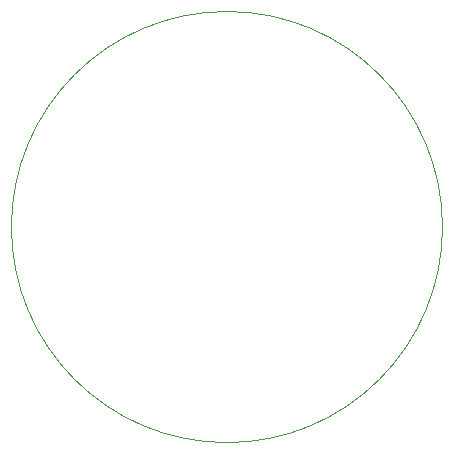
<source format=gbr>
%TF.GenerationSoftware,KiCad,Pcbnew,8.0.8*%
%TF.CreationDate,2025-01-18T10:05:32+01:00*%
%TF.ProjectId,RP2040-LCD-1_28,52503230-3430-42d4-9c43-442d312c3238,rev?*%
%TF.SameCoordinates,Original*%
%TF.FileFunction,Profile,NP*%
%FSLAX46Y46*%
G04 Gerber Fmt 4.6, Leading zero omitted, Abs format (unit mm)*
G04 Created by KiCad (PCBNEW 8.0.8) date 2025-01-18 10:05:32*
%MOMM*%
%LPD*%
G01*
G04 APERTURE LIST*
%TA.AperFunction,Profile*%
%ADD10C,0.100000*%
%TD*%
G04 APERTURE END LIST*
D10*
X171750000Y-91750000D02*
G75*
G02*
X135250000Y-91750000I-18250000J0D01*
G01*
X135250000Y-91750000D02*
G75*
G02*
X171750000Y-91750000I18250000J0D01*
G01*
M02*

</source>
